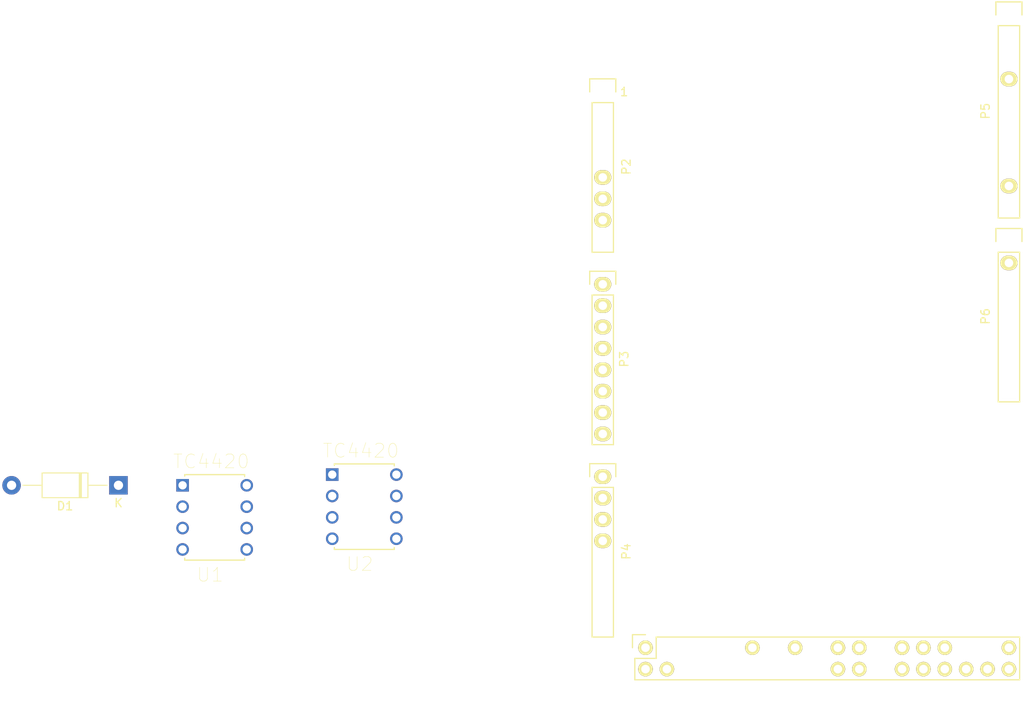
<source format=kicad_pcb>
(kicad_pcb (version 20171130) (host pcbnew 5.0.2-bee76a0~70~ubuntu18.10.1)

  (general
    (thickness 1.6)
    (drawings 1)
    (tracks 0)
    (zones 0)
    (modules 9)
    (nets 1)
  )

  (page A4)
  (layers
    (0 F.Cu signal)
    (31 B.Cu signal)
    (32 B.Adhes user)
    (33 F.Adhes user)
    (34 B.Paste user)
    (35 F.Paste user)
    (36 B.SilkS user)
    (37 F.SilkS user)
    (38 B.Mask user)
    (39 F.Mask user)
    (40 Dwgs.User user)
    (41 Cmts.User user)
    (42 Eco1.User user)
    (43 Eco2.User user)
    (44 Edge.Cuts user)
    (45 Margin user)
    (46 B.CrtYd user)
    (47 F.CrtYd user)
    (48 B.Fab user)
    (49 F.Fab user hide)
  )

  (setup
    (last_trace_width 0.25)
    (trace_clearance 0.2)
    (zone_clearance 0.508)
    (zone_45_only no)
    (trace_min 0.2)
    (segment_width 0.2)
    (edge_width 0.1)
    (via_size 0.8)
    (via_drill 0.4)
    (via_min_size 0.4)
    (via_min_drill 0.3)
    (uvia_size 0.3)
    (uvia_drill 0.1)
    (uvias_allowed no)
    (uvia_min_size 0.2)
    (uvia_min_drill 0.1)
    (pcb_text_width 0.3)
    (pcb_text_size 1.5 1.5)
    (mod_edge_width 0.15)
    (mod_text_size 1 1)
    (mod_text_width 0.15)
    (pad_size 1.5 1.5)
    (pad_drill 0.6)
    (pad_to_mask_clearance 0)
    (solder_mask_min_width 0.25)
    (aux_axis_origin 0 0)
    (visible_elements FFFFFF7F)
    (pcbplotparams
      (layerselection 0x010fc_ffffffff)
      (usegerberextensions false)
      (usegerberattributes false)
      (usegerberadvancedattributes false)
      (creategerberjobfile false)
      (excludeedgelayer true)
      (linewidth 0.100000)
      (plotframeref false)
      (viasonmask false)
      (mode 1)
      (useauxorigin false)
      (hpglpennumber 1)
      (hpglpenspeed 20)
      (hpglpendiameter 15.000000)
      (psnegative false)
      (psa4output false)
      (plotreference true)
      (plotvalue true)
      (plotinvisibletext false)
      (padsonsilk false)
      (subtractmaskfromsilk false)
      (outputformat 1)
      (mirror false)
      (drillshape 1)
      (scaleselection 1)
      (outputdirectory ""))
  )

  (net 0 "")

  (net_class Default "This is the default net class."
    (clearance 0.2)
    (trace_width 0.25)
    (via_dia 0.8)
    (via_drill 0.4)
    (uvia_dia 0.3)
    (uvia_drill 0.1)
  )

  (module Socket_Arduino_Mega:Socket_Strip_Arduino_1x10 locked (layer F.Cu) (tedit 5C31FEC3) (tstamp 5C4A62CB)
    (at 223.910917 35.554441 270)
    (descr "Through hole socket strip")
    (tags "socket strip")
    (path /56D72368)
    (fp_text reference P5 (at 11.43 2.794 270) (layer F.SilkS)
      (effects (font (size 1 1) (thickness 0.15)))
    )
    (fp_text value PWM (at 11.43 4.318 270) (layer F.Fab)
      (effects (font (size 1 1) (thickness 0.15)))
    )
    (fp_line (start -1.75 -1.75) (end -1.75 1.75) (layer F.CrtYd) (width 0.05))
    (fp_line (start 24.65 -1.75) (end 24.65 1.75) (layer F.CrtYd) (width 0.05))
    (fp_line (start -1.75 -1.75) (end 24.65 -1.75) (layer F.CrtYd) (width 0.05))
    (fp_line (start -1.75 1.75) (end 24.65 1.75) (layer F.CrtYd) (width 0.05))
    (fp_line (start 1.27 1.27) (end 24.13 1.27) (layer F.SilkS) (width 0.15))
    (fp_line (start 24.13 1.27) (end 24.13 -1.27) (layer F.SilkS) (width 0.15))
    (fp_line (start 24.13 -1.27) (end 1.27 -1.27) (layer F.SilkS) (width 0.15))
    (fp_line (start -1.55 1.55) (end 0 1.55) (layer F.SilkS) (width 0.15))
    (fp_line (start 1.27 1.27) (end 1.27 -1.27) (layer F.SilkS) (width 0.15))
    (fp_line (start 0 -1.55) (end -1.55 -1.55) (layer F.SilkS) (width 0.15))
    (fp_line (start -1.55 -1.55) (end -1.55 1.55) (layer F.SilkS) (width 0.15))
    (pad 4 thru_hole oval (at 7.62 0 270) (size 1.7272 2.032) (drill 1.016) (layers *.Cu *.Mask F.SilkS))
    (pad 9 thru_hole oval (at 20.32 0 270) (size 1.7272 2.032) (drill 1.016) (layers *.Cu *.Mask F.SilkS))
  )

  (module Socket_Arduino_Mega:Socket_Strip_Arduino_1x08 locked (layer F.Cu) (tedit 5C322F4C) (tstamp 5C4A6285)
    (at 175.650917 44.698441 270)
    (descr "Through hole socket strip")
    (tags "socket strip")
    (path /56D71773)
    (fp_text reference P2 (at 8.89 -2.794 270) (layer F.SilkS)
      (effects (font (size 1 1) (thickness 0.15)))
    )
    (fp_text value Power (at 8.89 -4.318 270) (layer F.Fab)
      (effects (font (size 1 1) (thickness 0.15)))
    )
    (fp_line (start -1.75 -1.75) (end -1.75 1.75) (layer F.CrtYd) (width 0.05))
    (fp_line (start 19.55 -1.75) (end 19.55 1.75) (layer F.CrtYd) (width 0.05))
    (fp_line (start -1.75 -1.75) (end 19.55 -1.75) (layer F.CrtYd) (width 0.05))
    (fp_line (start -1.75 1.75) (end 19.55 1.75) (layer F.CrtYd) (width 0.05))
    (fp_line (start 1.27 1.27) (end 19.05 1.27) (layer F.SilkS) (width 0.15))
    (fp_line (start 19.05 1.27) (end 19.05 -1.27) (layer F.SilkS) (width 0.15))
    (fp_line (start 19.05 -1.27) (end 1.27 -1.27) (layer F.SilkS) (width 0.15))
    (fp_line (start -1.55 1.55) (end 0 1.55) (layer F.SilkS) (width 0.15))
    (fp_line (start 1.27 1.27) (end 1.27 -1.27) (layer F.SilkS) (width 0.15))
    (fp_line (start 0 -1.55) (end -1.55 -1.55) (layer F.SilkS) (width 0.15))
    (fp_line (start -1.55 -1.55) (end -1.55 1.55) (layer F.SilkS) (width 0.15))
    (pad 5 thru_hole oval (at 10.16 0 270) (size 1.7272 2.032) (drill 1.016) (layers *.Cu *.Mask F.SilkS))
    (pad 6 thru_hole oval (at 12.7 0 270) (size 1.7272 2.032) (drill 1.016) (layers *.Cu *.Mask F.SilkS))
    (pad 7 thru_hole oval (at 15.24 0 270) (size 1.7272 2.032) (drill 1.016) (layers *.Cu *.Mask F.SilkS))
  )

  (module Socket_Arduino_Mega:Socket_Strip_Arduino_2x18 locked (layer F.Cu) (tedit 5C3CA50B) (tstamp 5C4A6261)
    (at 180.730917 110.738441)
    (descr "Through hole socket strip")
    (tags "socket strip")
    (path /56D743B5)
    (fp_text reference "ARDUINO DIGITAL I/O" (at 16.119083 5.842) (layer B.Adhes)
      (effects (font (size 1 1) (thickness 0.15)) (justify mirror))
    )
    (fp_text value Digital (at 21.59 -4.572) (layer F.Fab)
      (effects (font (size 1 1) (thickness 0.15)))
    )
    (fp_line (start -1.75 -1.75) (end -1.75 4.3) (layer F.CrtYd) (width 0.05))
    (fp_line (start 44.95 -1.75) (end 44.95 4.3) (layer F.CrtYd) (width 0.05))
    (fp_line (start -1.75 -1.75) (end 44.95 -1.75) (layer F.CrtYd) (width 0.05))
    (fp_line (start -1.75 4.3) (end 44.95 4.3) (layer F.CrtYd) (width 0.05))
    (fp_line (start -1.27 3.81) (end 44.45 3.81) (layer F.SilkS) (width 0.15))
    (fp_line (start 44.45 -1.27) (end 1.27 -1.27) (layer F.SilkS) (width 0.15))
    (fp_line (start 44.45 3.81) (end 44.45 -1.27) (layer F.SilkS) (width 0.15))
    (fp_line (start -1.27 3.81) (end -1.27 1.27) (layer F.SilkS) (width 0.15))
    (fp_line (start 0 -1.55) (end -1.55 -1.55) (layer F.SilkS) (width 0.15))
    (fp_line (start -1.27 1.27) (end 1.27 1.27) (layer F.SilkS) (width 0.15))
    (fp_line (start 1.27 1.27) (end 1.27 -1.27) (layer F.SilkS) (width 0.15))
    (fp_line (start -1.55 -1.55) (end -1.55 0) (layer F.SilkS) (width 0.15))
    (pad 35 thru_hole oval (at 25.4 2.54) (size 1.7272 1.7272) (drill 1.016) (layers *.Cu *.Mask F.SilkS))
    (pad 37 thru_hole oval (at 22.86 2.54) (size 1.7272 1.7272) (drill 1.016) (layers *.Cu *.Mask F.SilkS))
    (pad 36 thru_hole oval (at 22.86 0) (size 1.7272 1.7272) (drill 1.016) (layers *.Cu *.Mask F.SilkS))
    (pad 34 thru_hole oval (at 25.4 0) (size 1.7272 1.7272) (drill 1.016) (layers *.Cu *.Mask F.SilkS))
    (pad 44 thru_hole oval (at 12.7 0) (size 1.7272 1.7272) (drill 1.016) (layers *.Cu *.Mask F.SilkS))
    (pad 23 thru_hole oval (at 40.64 2.54) (size 1.7272 1.7272) (drill 1.016) (layers *.Cu *.Mask F.SilkS))
    (pad 30 thru_hole oval (at 30.48 0) (size 1.7272 1.7272) (drill 1.016) (layers *.Cu *.Mask F.SilkS))
    (pad 28 thru_hole oval (at 33.02 0) (size 1.7272 1.7272) (drill 1.016) (layers *.Cu *.Mask F.SilkS))
    (pad 26 thru_hole oval (at 35.56 0) (size 1.7272 1.7272) (drill 1.016) (layers *.Cu *.Mask F.SilkS))
    (pad 54 thru_hole oval (at 0 0) (size 1.7272 1.7272) (drill 1.016) (layers *.Cu *.Mask F.SilkS))
    (pad 21 thru_hole oval (at 43.18 2.54) (size 1.7272 1.7272) (drill 1.016) (layers *.Cu *.Mask F.SilkS))
    (pad 25 thru_hole oval (at 38.1 2.54) (size 1.7272 1.7272) (drill 1.016) (layers *.Cu *.Mask F.SilkS))
    (pad 27 thru_hole oval (at 35.56 2.54) (size 1.7272 1.7272) (drill 1.016) (layers *.Cu *.Mask F.SilkS))
    (pad 55 thru_hole oval (at 0 2.54) (size 1.7272 1.7272) (drill 1.016) (layers *.Cu *.Mask F.SilkS))
    (pad 53 thru_hole oval (at 2.54 2.54) (size 1.7272 1.7272) (drill 1.016) (layers *.Cu *.Mask F.SilkS))
    (pad 40 thru_hole oval (at 17.78 0) (size 1.7272 1.7272) (drill 1.016) (layers *.Cu *.Mask F.SilkS))
    (pad 31 thru_hole oval (at 30.48 2.54) (size 1.7272 1.7272) (drill 1.016) (layers *.Cu *.Mask F.SilkS))
    (pad 29 thru_hole oval (at 33.02 2.54) (size 1.7272 1.7272) (drill 1.016) (layers *.Cu *.Mask F.SilkS))
    (pad 20 thru_hole oval (at 43.18 0) (size 1.7272 1.7272) (drill 1.016) (layers *.Cu *.Mask F.SilkS))
  )

  (module Socket_Arduino_Mega:Socket_Strip_Arduino_1x08 locked (layer F.Cu) (tedit 5C31FE45) (tstamp 5C4A620F)
    (at 175.650917 90.418441 270)
    (descr "Through hole socket strip")
    (tags "socket strip")
    (path /56D73A0E)
    (fp_text reference P4 (at 8.89 -2.794 270) (layer F.SilkS)
      (effects (font (size 1 1) (thickness 0.15)))
    )
    (fp_text value Analog (at 8.89 -4.318 270) (layer F.Fab)
      (effects (font (size 1 1) (thickness 0.15)))
    )
    (fp_line (start -1.75 -1.75) (end -1.75 1.75) (layer F.CrtYd) (width 0.05))
    (fp_line (start 19.55 -1.75) (end 19.55 1.75) (layer F.CrtYd) (width 0.05))
    (fp_line (start -1.75 -1.75) (end 19.55 -1.75) (layer F.CrtYd) (width 0.05))
    (fp_line (start -1.75 1.75) (end 19.55 1.75) (layer F.CrtYd) (width 0.05))
    (fp_line (start 1.27 1.27) (end 19.05 1.27) (layer F.SilkS) (width 0.15))
    (fp_line (start 19.05 1.27) (end 19.05 -1.27) (layer F.SilkS) (width 0.15))
    (fp_line (start 19.05 -1.27) (end 1.27 -1.27) (layer F.SilkS) (width 0.15))
    (fp_line (start -1.55 1.55) (end 0 1.55) (layer F.SilkS) (width 0.15))
    (fp_line (start 1.27 1.27) (end 1.27 -1.27) (layer F.SilkS) (width 0.15))
    (fp_line (start 0 -1.55) (end -1.55 -1.55) (layer F.SilkS) (width 0.15))
    (fp_line (start -1.55 -1.55) (end -1.55 1.55) (layer F.SilkS) (width 0.15))
    (pad 1 thru_hole oval (at 0 0 270) (size 1.7272 2.032) (drill 1.016) (layers *.Cu *.Mask F.SilkS))
    (pad 2 thru_hole oval (at 2.54 0 270) (size 1.7272 2.032) (drill 1.016) (layers *.Cu *.Mask F.SilkS))
    (pad 3 thru_hole oval (at 5.08 0 270) (size 1.7272 2.032) (drill 1.016) (layers *.Cu *.Mask F.SilkS))
    (pad 4 thru_hole oval (at 7.62 0 270) (size 1.7272 2.032) (drill 1.016) (layers *.Cu *.Mask F.SilkS))
  )

  (module Socket_Arduino_Mega:Socket_Strip_Arduino_1x08 locked (layer F.Cu) (tedit 5521677D) (tstamp 5C4A61D8)
    (at 175.650917 67.558441 270)
    (descr "Through hole socket strip")
    (tags "socket strip")
    (path /56D72F1C)
    (fp_text reference P3 (at 8.89 -2.54 270) (layer F.SilkS)
      (effects (font (size 1 1) (thickness 0.15)))
    )
    (fp_text value Analog (at 8.89 -4.318 270) (layer F.Fab)
      (effects (font (size 1 1) (thickness 0.15)))
    )
    (fp_line (start -1.75 -1.75) (end -1.75 1.75) (layer F.CrtYd) (width 0.05))
    (fp_line (start 19.55 -1.75) (end 19.55 1.75) (layer F.CrtYd) (width 0.05))
    (fp_line (start -1.75 -1.75) (end 19.55 -1.75) (layer F.CrtYd) (width 0.05))
    (fp_line (start -1.75 1.75) (end 19.55 1.75) (layer F.CrtYd) (width 0.05))
    (fp_line (start 1.27 1.27) (end 19.05 1.27) (layer F.SilkS) (width 0.15))
    (fp_line (start 19.05 1.27) (end 19.05 -1.27) (layer F.SilkS) (width 0.15))
    (fp_line (start 19.05 -1.27) (end 1.27 -1.27) (layer F.SilkS) (width 0.15))
    (fp_line (start -1.55 1.55) (end 0 1.55) (layer F.SilkS) (width 0.15))
    (fp_line (start 1.27 1.27) (end 1.27 -1.27) (layer F.SilkS) (width 0.15))
    (fp_line (start 0 -1.55) (end -1.55 -1.55) (layer F.SilkS) (width 0.15))
    (fp_line (start -1.55 -1.55) (end -1.55 1.55) (layer F.SilkS) (width 0.15))
    (pad 1 thru_hole oval (at 0 0 270) (size 1.7272 2.032) (drill 1.016) (layers *.Cu *.Mask F.SilkS))
    (pad 2 thru_hole oval (at 2.54 0 270) (size 1.7272 2.032) (drill 1.016) (layers *.Cu *.Mask F.SilkS))
    (pad 3 thru_hole oval (at 5.08 0 270) (size 1.7272 2.032) (drill 1.016) (layers *.Cu *.Mask F.SilkS))
    (pad 4 thru_hole oval (at 7.62 0 270) (size 1.7272 2.032) (drill 1.016) (layers *.Cu *.Mask F.SilkS))
    (pad 5 thru_hole oval (at 10.16 0 270) (size 1.7272 2.032) (drill 1.016) (layers *.Cu *.Mask F.SilkS))
    (pad 6 thru_hole oval (at 12.7 0 270) (size 1.7272 2.032) (drill 1.016) (layers *.Cu *.Mask F.SilkS))
    (pad 7 thru_hole oval (at 15.24 0 270) (size 1.7272 2.032) (drill 1.016) (layers *.Cu *.Mask F.SilkS))
    (pad 8 thru_hole oval (at 17.78 0 270) (size 1.7272 2.032) (drill 1.016) (layers *.Cu *.Mask F.SilkS))
  )

  (module Socket_Arduino_Mega:Socket_Strip_Arduino_1x08 locked (layer F.Cu) (tedit 5C31FEFF) (tstamp 5C4A61C9)
    (at 223.910917 62.478441 270)
    (descr "Through hole socket strip")
    (tags "socket strip")
    (path /56D734D0)
    (fp_text reference P6 (at 8.89 2.794 270) (layer F.SilkS)
      (effects (font (size 1 1) (thickness 0.15)))
    )
    (fp_text value PWM (at 8.89 4.318 270) (layer F.Fab)
      (effects (font (size 1 1) (thickness 0.15)))
    )
    (fp_line (start -1.75 -1.75) (end -1.75 1.75) (layer F.CrtYd) (width 0.05))
    (fp_line (start 19.55 -1.75) (end 19.55 1.75) (layer F.CrtYd) (width 0.05))
    (fp_line (start -1.75 -1.75) (end 19.55 -1.75) (layer F.CrtYd) (width 0.05))
    (fp_line (start -1.75 1.75) (end 19.55 1.75) (layer F.CrtYd) (width 0.05))
    (fp_line (start 1.27 1.27) (end 19.05 1.27) (layer F.SilkS) (width 0.15))
    (fp_line (start 19.05 1.27) (end 19.05 -1.27) (layer F.SilkS) (width 0.15))
    (fp_line (start 19.05 -1.27) (end 1.27 -1.27) (layer F.SilkS) (width 0.15))
    (fp_line (start -1.55 1.55) (end 0 1.55) (layer F.SilkS) (width 0.15))
    (fp_line (start 1.27 1.27) (end 1.27 -1.27) (layer F.SilkS) (width 0.15))
    (fp_line (start 0 -1.55) (end -1.55 -1.55) (layer F.SilkS) (width 0.15))
    (fp_line (start -1.55 -1.55) (end -1.55 1.55) (layer F.SilkS) (width 0.15))
    (pad 2 thru_hole oval (at 2.54 0 270) (size 1.7272 2.032) (drill 1.016) (layers *.Cu *.Mask F.SilkS))
  )

  (module TC4420CPA:DIP254P762X533-8 (layer F.Cu) (tedit 5C4A5FDE) (tstamp 5C570959)
    (at 151.13 97.79)
    (fp_text reference TC4420 (at -4.22171 -10.4526) (layer F.SilkS)
      (effects (font (size 1.64207 1.64207) (thickness 0.05)))
    )
    (fp_text value U2 (at -4.35178 3.00298) (layer F.SilkS)
      (effects (font (size 1.64317 1.64317) (thickness 0.05)))
    )
    (fp_line (start -0.254 -8.6614) (end -0.254 -8.89) (layer F.SilkS) (width 0.1524))
    (fp_line (start -7.366 1.0414) (end -7.366 1.27) (layer F.SilkS) (width 0.1524))
    (fp_line (start -7.366 1.27) (end -0.254 1.27) (layer F.SilkS) (width 0.1524))
    (fp_line (start -0.254 1.27) (end -0.254 1.0414) (layer F.SilkS) (width 0.1524))
    (fp_line (start -0.254 -8.89) (end -7.366 -8.89) (layer F.SilkS) (width 0.1524))
    (fp_line (start -7.366 -8.89) (end -7.366 -8.7122) (layer F.SilkS) (width 0.1524))
    (fp_line (start -7.366 -7.112) (end -7.366 -8.128) (layer Dwgs.User) (width 0.1524))
    (fp_line (start -7.366 -8.128) (end -8.128 -8.128) (layer Dwgs.User) (width 0.1524))
    (fp_line (start -8.128 -8.128) (end -8.128 -7.112) (layer Dwgs.User) (width 0.1524))
    (fp_line (start -8.128 -7.112) (end -7.366 -7.112) (layer Dwgs.User) (width 0.1524))
    (fp_line (start -7.366 -4.572) (end -7.366 -5.588) (layer Dwgs.User) (width 0.1524))
    (fp_line (start -7.366 -5.588) (end -8.128 -5.588) (layer Dwgs.User) (width 0.1524))
    (fp_line (start -8.128 -5.588) (end -8.128 -4.572) (layer Dwgs.User) (width 0.1524))
    (fp_line (start -8.128 -4.572) (end -7.366 -4.572) (layer Dwgs.User) (width 0.1524))
    (fp_line (start -7.366 -2.032) (end -7.366 -3.048) (layer Dwgs.User) (width 0.1524))
    (fp_line (start -7.366 -3.048) (end -8.128 -3.048) (layer Dwgs.User) (width 0.1524))
    (fp_line (start -8.128 -3.048) (end -8.128 -2.032) (layer Dwgs.User) (width 0.1524))
    (fp_line (start -8.128 -2.032) (end -7.366 -2.032) (layer Dwgs.User) (width 0.1524))
    (fp_line (start -7.366 0.508) (end -7.366 -0.508) (layer Dwgs.User) (width 0.1524))
    (fp_line (start -7.366 -0.508) (end -8.128 -0.4826) (layer Dwgs.User) (width 0.1524))
    (fp_line (start -8.128 -0.4826) (end -8.128 0.508) (layer Dwgs.User) (width 0.1524))
    (fp_line (start -8.128 0.508) (end -7.366 0.508) (layer Dwgs.User) (width 0.1524))
    (fp_line (start -0.254 -0.508) (end -0.254 0.508) (layer Dwgs.User) (width 0.1524))
    (fp_line (start -0.254 0.508) (end 0.508 0.4826) (layer Dwgs.User) (width 0.1524))
    (fp_line (start 0.508 0.4826) (end 0.508 -0.508) (layer Dwgs.User) (width 0.1524))
    (fp_line (start 0.508 -0.508) (end -0.254 -0.508) (layer Dwgs.User) (width 0.1524))
    (fp_line (start -0.254 -3.048) (end -0.254 -2.032) (layer Dwgs.User) (width 0.1524))
    (fp_line (start -0.254 -2.032) (end 0.508 -2.0574) (layer Dwgs.User) (width 0.1524))
    (fp_line (start 0.508 -2.0574) (end 0.4826 -3.048) (layer Dwgs.User) (width 0.1524))
    (fp_line (start 0.4826 -3.048) (end -0.254 -3.048) (layer Dwgs.User) (width 0.1524))
    (fp_line (start -0.254 -5.588) (end -0.254 -4.572) (layer Dwgs.User) (width 0.1524))
    (fp_line (start -0.254 -4.572) (end 0.4826 -4.572) (layer Dwgs.User) (width 0.1524))
    (fp_line (start 0.4826 -4.572) (end 0.4826 -5.588) (layer Dwgs.User) (width 0.1524))
    (fp_line (start 0.4826 -5.588) (end -0.254 -5.588) (layer Dwgs.User) (width 0.1524))
    (fp_line (start -0.254 -8.128) (end -0.254 -7.112) (layer Dwgs.User) (width 0.1524))
    (fp_line (start -0.254 -7.112) (end 0.4826 -7.112) (layer Dwgs.User) (width 0.1524))
    (fp_line (start 0.4826 -7.112) (end 0.4826 -8.128) (layer Dwgs.User) (width 0.1524))
    (fp_line (start 0.4826 -8.128) (end -0.254 -8.128) (layer Dwgs.User) (width 0.1524))
    (fp_line (start -7.366 1.27) (end -0.254 1.27) (layer Dwgs.User) (width 0.1524))
    (fp_line (start -0.254 1.27) (end -0.254 -8.89) (layer Dwgs.User) (width 0.1524))
    (fp_line (start -0.254 -8.89) (end -7.366 -8.89) (layer Dwgs.User) (width 0.1524))
    (fp_line (start -7.366 -8.89) (end -7.366 1.27) (layer Dwgs.User) (width 0.1524))
    (pad 1 thru_hole rect (at -7.62 -7.62) (size 1.4986 1.4986) (drill 0.9906) (layers *.Cu *.Mask))
    (pad 2 thru_hole circle (at -7.62 -5.08) (size 1.4986 1.4986) (drill 0.9906) (layers *.Cu *.Mask))
    (pad 3 thru_hole circle (at -7.62 -2.54) (size 1.4986 1.4986) (drill 0.9906) (layers *.Cu *.Mask))
    (pad 4 thru_hole circle (at -7.62 0) (size 1.4986 1.4986) (drill 0.9906) (layers *.Cu *.Mask))
    (pad 5 thru_hole circle (at 0 0) (size 1.4986 1.4986) (drill 0.9906) (layers *.Cu *.Mask))
    (pad 6 thru_hole circle (at 0 -2.54) (size 1.4986 1.4986) (drill 0.9906) (layers *.Cu *.Mask))
    (pad 7 thru_hole circle (at 0 -5.08) (size 1.4986 1.4986) (drill 0.9906) (layers *.Cu *.Mask))
    (pad 8 thru_hole circle (at 0 -7.62) (size 1.4986 1.4986) (drill 0.9906) (layers *.Cu *.Mask))
    (model /home/fgl27/Downloads/kicad-library-master/modules/packages3d/Sockets_DIP.3dshapes/DIP-8__300.wrl
      (offset (xyz -3.75 3.75 0))
      (scale (xyz 1 1 1))
      (rotate (xyz 0 0 90))
    )
  )

  (module TC4420CPA:DIP254P762X533-8 (layer F.Cu) (tedit 5C4A5FCF) (tstamp 5C570753)
    (at 133.35 99.06)
    (fp_text reference TC4420 (at -4.22171 -10.4526) (layer F.SilkS)
      (effects (font (size 1.64207 1.64207) (thickness 0.05)))
    )
    (fp_text value U1 (at -4.35178 3.00298) (layer F.SilkS)
      (effects (font (size 1.64317 1.64317) (thickness 0.05)))
    )
    (fp_line (start -7.366 -8.89) (end -7.366 1.27) (layer Dwgs.User) (width 0.1524))
    (fp_line (start -0.254 -8.89) (end -7.366 -8.89) (layer Dwgs.User) (width 0.1524))
    (fp_line (start -0.254 1.27) (end -0.254 -8.89) (layer Dwgs.User) (width 0.1524))
    (fp_line (start -7.366 1.27) (end -0.254 1.27) (layer Dwgs.User) (width 0.1524))
    (fp_line (start 0.4826 -8.128) (end -0.254 -8.128) (layer Dwgs.User) (width 0.1524))
    (fp_line (start 0.4826 -7.112) (end 0.4826 -8.128) (layer Dwgs.User) (width 0.1524))
    (fp_line (start -0.254 -7.112) (end 0.4826 -7.112) (layer Dwgs.User) (width 0.1524))
    (fp_line (start -0.254 -8.128) (end -0.254 -7.112) (layer Dwgs.User) (width 0.1524))
    (fp_line (start 0.4826 -5.588) (end -0.254 -5.588) (layer Dwgs.User) (width 0.1524))
    (fp_line (start 0.4826 -4.572) (end 0.4826 -5.588) (layer Dwgs.User) (width 0.1524))
    (fp_line (start -0.254 -4.572) (end 0.4826 -4.572) (layer Dwgs.User) (width 0.1524))
    (fp_line (start -0.254 -5.588) (end -0.254 -4.572) (layer Dwgs.User) (width 0.1524))
    (fp_line (start 0.4826 -3.048) (end -0.254 -3.048) (layer Dwgs.User) (width 0.1524))
    (fp_line (start 0.508 -2.0574) (end 0.4826 -3.048) (layer Dwgs.User) (width 0.1524))
    (fp_line (start -0.254 -2.032) (end 0.508 -2.0574) (layer Dwgs.User) (width 0.1524))
    (fp_line (start -0.254 -3.048) (end -0.254 -2.032) (layer Dwgs.User) (width 0.1524))
    (fp_line (start 0.508 -0.508) (end -0.254 -0.508) (layer Dwgs.User) (width 0.1524))
    (fp_line (start 0.508 0.4826) (end 0.508 -0.508) (layer Dwgs.User) (width 0.1524))
    (fp_line (start -0.254 0.508) (end 0.508 0.4826) (layer Dwgs.User) (width 0.1524))
    (fp_line (start -0.254 -0.508) (end -0.254 0.508) (layer Dwgs.User) (width 0.1524))
    (fp_line (start -8.128 0.508) (end -7.366 0.508) (layer Dwgs.User) (width 0.1524))
    (fp_line (start -8.128 -0.4826) (end -8.128 0.508) (layer Dwgs.User) (width 0.1524))
    (fp_line (start -7.366 -0.508) (end -8.128 -0.4826) (layer Dwgs.User) (width 0.1524))
    (fp_line (start -7.366 0.508) (end -7.366 -0.508) (layer Dwgs.User) (width 0.1524))
    (fp_line (start -8.128 -2.032) (end -7.366 -2.032) (layer Dwgs.User) (width 0.1524))
    (fp_line (start -8.128 -3.048) (end -8.128 -2.032) (layer Dwgs.User) (width 0.1524))
    (fp_line (start -7.366 -3.048) (end -8.128 -3.048) (layer Dwgs.User) (width 0.1524))
    (fp_line (start -7.366 -2.032) (end -7.366 -3.048) (layer Dwgs.User) (width 0.1524))
    (fp_line (start -8.128 -4.572) (end -7.366 -4.572) (layer Dwgs.User) (width 0.1524))
    (fp_line (start -8.128 -5.588) (end -8.128 -4.572) (layer Dwgs.User) (width 0.1524))
    (fp_line (start -7.366 -5.588) (end -8.128 -5.588) (layer Dwgs.User) (width 0.1524))
    (fp_line (start -7.366 -4.572) (end -7.366 -5.588) (layer Dwgs.User) (width 0.1524))
    (fp_line (start -8.128 -7.112) (end -7.366 -7.112) (layer Dwgs.User) (width 0.1524))
    (fp_line (start -8.128 -8.128) (end -8.128 -7.112) (layer Dwgs.User) (width 0.1524))
    (fp_line (start -7.366 -8.128) (end -8.128 -8.128) (layer Dwgs.User) (width 0.1524))
    (fp_line (start -7.366 -7.112) (end -7.366 -8.128) (layer Dwgs.User) (width 0.1524))
    (fp_line (start -7.366 -8.89) (end -7.366 -8.7122) (layer F.SilkS) (width 0.1524))
    (fp_line (start -0.254 -8.89) (end -7.366 -8.89) (layer F.SilkS) (width 0.1524))
    (fp_line (start -0.254 1.27) (end -0.254 1.0414) (layer F.SilkS) (width 0.1524))
    (fp_line (start -7.366 1.27) (end -0.254 1.27) (layer F.SilkS) (width 0.1524))
    (fp_line (start -7.366 1.0414) (end -7.366 1.27) (layer F.SilkS) (width 0.1524))
    (fp_line (start -0.254 -8.6614) (end -0.254 -8.89) (layer F.SilkS) (width 0.1524))
    (pad 8 thru_hole circle (at 0 -7.62) (size 1.4986 1.4986) (drill 0.9906) (layers *.Cu *.Mask))
    (pad 7 thru_hole circle (at 0 -5.08) (size 1.4986 1.4986) (drill 0.9906) (layers *.Cu *.Mask))
    (pad 6 thru_hole circle (at 0 -2.54) (size 1.4986 1.4986) (drill 0.9906) (layers *.Cu *.Mask))
    (pad 5 thru_hole circle (at 0 0) (size 1.4986 1.4986) (drill 0.9906) (layers *.Cu *.Mask))
    (pad 4 thru_hole circle (at -7.62 0) (size 1.4986 1.4986) (drill 0.9906) (layers *.Cu *.Mask))
    (pad 3 thru_hole circle (at -7.62 -2.54) (size 1.4986 1.4986) (drill 0.9906) (layers *.Cu *.Mask))
    (pad 2 thru_hole circle (at -7.62 -5.08) (size 1.4986 1.4986) (drill 0.9906) (layers *.Cu *.Mask))
    (pad 1 thru_hole rect (at -7.62 -7.62) (size 1.4986 1.4986) (drill 0.9906) (layers *.Cu *.Mask))
    (model /home/fgl27/Downloads/kicad-library-master/modules/packages3d/Sockets_DIP.3dshapes/DIP-8__300.wrl
      (offset (xyz -3.75 3.75 0))
      (scale (xyz 1 1 1))
      (rotate (xyz 0 0 90))
    )
  )

  (module Diode_THT:D_DO-41_SOD81_P12.70mm_Horizontal (layer F.Cu) (tedit 5C4A6060) (tstamp 5C571863)
    (at 118.11 91.44 180)
    (descr "Diode, DO-41_SOD81 series, Axial, Horizontal, pin pitch=12.7mm, , length*diameter=5.2*2.7mm^2, , http://www.diodes.com/_files/packages/DO-41%20(Plastic).pdf")
    (tags "Diode DO-41_SOD81 series Axial Horizontal pin pitch 12.7mm  length 5.2mm diameter 2.7mm")
    (fp_text reference D1 (at 6.35 -2.47 180) (layer F.SilkS)
      (effects (font (size 1 1) (thickness 0.15)))
    )
    (fp_text value D_DO-41_SOD81_P12.70mm_Horizontal (at 6.35 2.47 180) (layer F.Fab)
      (effects (font (size 1 1) (thickness 0.15)))
    )
    (fp_text user K (at 0 -2.1 180) (layer F.SilkS)
      (effects (font (size 1 1) (thickness 0.15)))
    )
    (fp_text user K (at 0 -2.1 180) (layer F.Fab)
      (effects (font (size 1 1) (thickness 0.15)))
    )
    (fp_text user %R (at 6.74 0 180) (layer F.Fab)
      (effects (font (size 1 1) (thickness 0.15)))
    )
    (fp_line (start 14.05 -1.6) (end -1.35 -1.6) (layer F.CrtYd) (width 0.05))
    (fp_line (start 14.05 1.6) (end 14.05 -1.6) (layer F.CrtYd) (width 0.05))
    (fp_line (start -1.35 1.6) (end 14.05 1.6) (layer F.CrtYd) (width 0.05))
    (fp_line (start -1.35 -1.6) (end -1.35 1.6) (layer F.CrtYd) (width 0.05))
    (fp_line (start 4.41 -1.47) (end 4.41 1.47) (layer F.SilkS) (width 0.12))
    (fp_line (start 4.65 -1.47) (end 4.65 1.47) (layer F.SilkS) (width 0.12))
    (fp_line (start 4.53 -1.47) (end 4.53 1.47) (layer F.SilkS) (width 0.12))
    (fp_line (start 11.36 0) (end 9.07 0) (layer F.SilkS) (width 0.12))
    (fp_line (start 1.34 0) (end 3.63 0) (layer F.SilkS) (width 0.12))
    (fp_line (start 9.07 -1.47) (end 3.63 -1.47) (layer F.SilkS) (width 0.12))
    (fp_line (start 9.07 1.47) (end 9.07 -1.47) (layer F.SilkS) (width 0.12))
    (fp_line (start 3.63 1.47) (end 9.07 1.47) (layer F.SilkS) (width 0.12))
    (fp_line (start 3.63 -1.47) (end 3.63 1.47) (layer F.SilkS) (width 0.12))
    (fp_line (start 4.43 -1.35) (end 4.43 1.35) (layer F.Fab) (width 0.1))
    (fp_line (start 4.63 -1.35) (end 4.63 1.35) (layer F.Fab) (width 0.1))
    (fp_line (start 4.53 -1.35) (end 4.53 1.35) (layer F.Fab) (width 0.1))
    (fp_line (start 12.7 0) (end 8.95 0) (layer F.Fab) (width 0.1))
    (fp_line (start 0 0) (end 3.75 0) (layer F.Fab) (width 0.1))
    (fp_line (start 8.95 -1.35) (end 3.75 -1.35) (layer F.Fab) (width 0.1))
    (fp_line (start 8.95 1.35) (end 8.95 -1.35) (layer F.Fab) (width 0.1))
    (fp_line (start 3.75 1.35) (end 8.95 1.35) (layer F.Fab) (width 0.1))
    (fp_line (start 3.75 -1.35) (end 3.75 1.35) (layer F.Fab) (width 0.1))
    (pad 2 thru_hole oval (at 12.7 0 180) (size 2.2 2.2) (drill 1.1) (layers *.Cu *.Mask))
    (pad 1 thru_hole rect (at 0 0 180) (size 2.2 2.2) (drill 1.1) (layers *.Cu *.Mask))
    (model ${KISYS3DMOD}/Diode_THT.3dshapes/D_DO-41_SOD81_P12.70mm_Horizontal.wrl
      (at (xyz 0 0 0))
      (scale (xyz 1 1 1))
      (rotate (xyz 0 0 0))
    )
  )

  (gr_text 1 (at 178.190917 44.698441) (layer F.SilkS) (tstamp 5C4A6243)
    (effects (font (size 1 1) (thickness 0.15)))
  )

)

</source>
